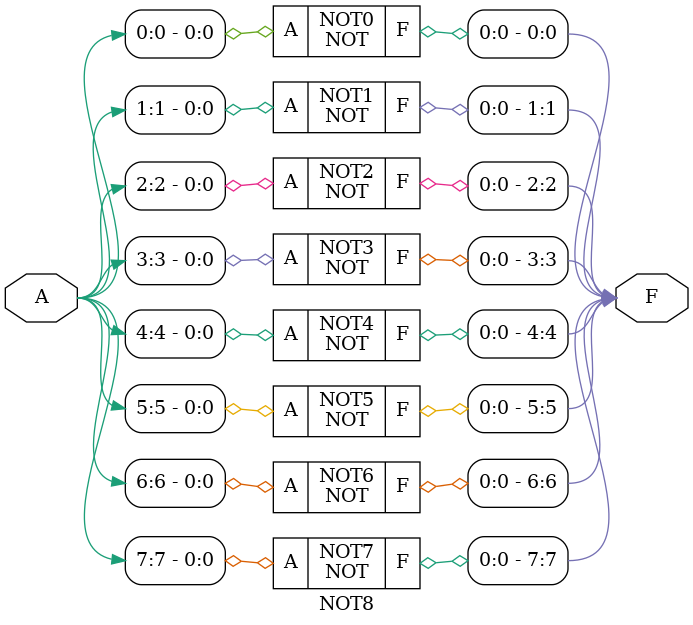
<source format=v>

`timescale 1ns/1ps


module AND(

    output wire F,
    input wire A, B

    );

    wire X;

    nand nand_gate1(X, A, B);

    nand nand_gate2(F, X, X);

endmodule


//OR GATE

module OR(
    
    output wire F,
    input wire A,B
    
    );

    wire X;
    wire Y;

    nand nand_gate1(X, A, A);

    nand nand_gate2(Y, B, B);

    nand nand_gate3(F, X, Y);

endmodule

//XOR GATE

module XOR(

    output wire F,
    input wire A, B
    
    );

    wire X;
    wire Y;
    wire Z;

    nand nand_gate1(X, A, B);

    nand nand_gate2(Y, A, X);

    nand nand_gate3(Z, B, X);

    nand nand_gate4(F, Y, Z);

endmodule

//NOT GATE

module NOT(
    
    output wire F,
    input wire A

    );

    nand nand_gate1 (F, A, A);

endmodule


//8 BIT GATES

`timescale 1ns/1ps

//AND GATE

module AND8 (
    
    output wire [7:0] F,
    input wire [7:0] A, B
    
    );

    AND AND0 (F[0], A[0], B[0]);
    AND AND1 (F[1], A[1], B[1]);
    AND AND2 (F[2], A[2], B[2]);
    AND AND3 (F[3], A[3], B[3]);
    AND AND4 (F[4], A[4], B[4]);
    AND AND5 (F[5], A[5], B[5]);
    AND AND6 (F[6], A[6], B[6]);
    AND AND7 (F[7], A[7], B[7]);

endmodule


//OR GATE

module OR8 (
    
    output wire [7:0] F,
    input wire [7:0] A, B
    
    );

    OR OR0 (F[0], A[0], B[0]);
    OR OR1 (F[1], A[1], B[1]);
    OR OR2 (F[2], A[2], B[2]);
    OR OR3 (F[3], A[3], B[3]);
    OR OR4 (F[4], A[4], B[4]);
    OR OR5 (F[5], A[5], B[5]);
    OR OR6 (F[6], A[6], B[6]);
    OR OR7 (F[7], A[7], B[7]);
    
endmodule


//XOR GATE

module XOR8 (
    
    output wire [7:0] F,
    input wire [7:0] A, B
    
    );

    XOR XOR0 (F[0], A[0], B[0]);
    XOR XOR1 (F[1], A[1], B[1]);
    XOR XOR2 (F[2], A[2], B[2]);
    XOR XOR3 (F[3], A[3], B[3]);
    XOR XOR4 (F[4], A[4], B[4]);
    XOR XOR5 (F[5], A[5], B[5]);
    XOR XOR6 (F[6], A[6], B[6]);
    XOR XOR7 (F[7], A[7], B[7]);

endmodule


//NOT GATE

module NOT8 (
    
    output wire [7:0] F,
    input wire [7:0] A
    
    );

   NOT NOT0 (F[0], A[0]);
   NOT NOT1 (F[1], A[1]);
   NOT NOT2 (F[2], A[2]);
   NOT NOT3 (F[3], A[3]);
   NOT NOT4 (F[4], A[4]);
   NOT NOT5 (F[5], A[5]);
   NOT NOT6 (F[6], A[6]);
   NOT NOT7 (F[7], A[7]);

endmodule
</source>
